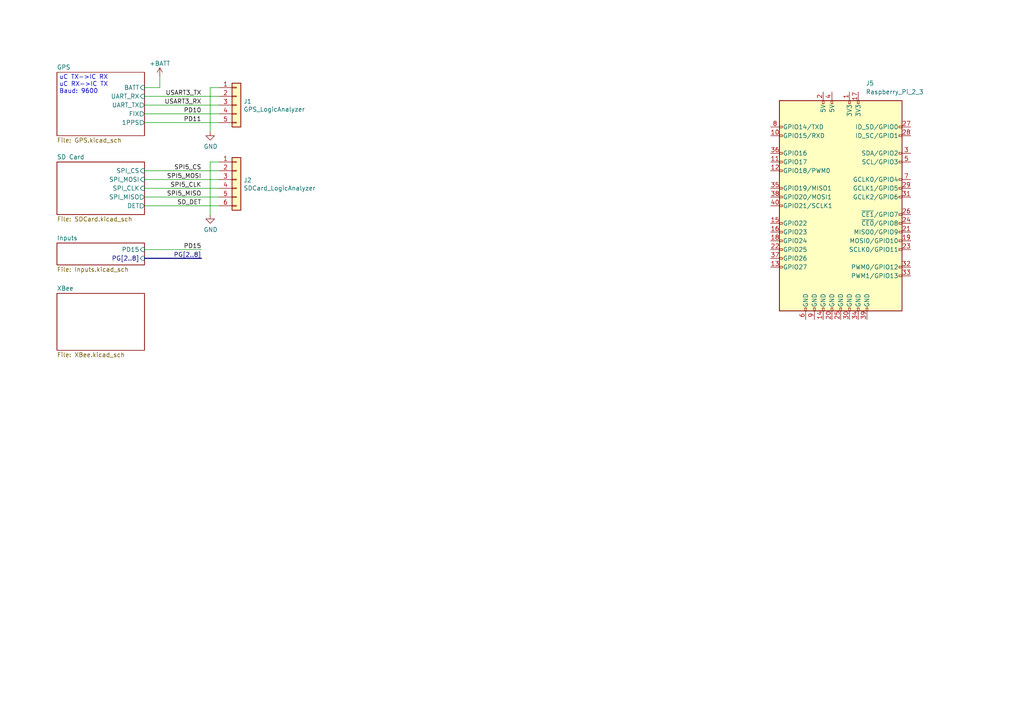
<source format=kicad_sch>
(kicad_sch (version 20230121) (generator eeschema)
  (paper "A4")
  (lib_symbols
    (symbol "Connector:Raspberry_Pi_2_3" (pin_names (offset 1.016))
      (property "Reference" "J" (at -17.78 31.75 0))
      (property "Value" "Raspberry_Pi_2_3" (at 10.16 -31.75 0))
      (symbol "Raspberry_Pi_2_3_0_1"
        (rectangle (start -17.78 30.48) (end 17.78 -30.48) (stroke (width 0.254)) (fill (type background)))
      )
      (symbol "Raspberry_Pi_2_3_1_1"
        (rectangle (start -16.891 -17.526) (end -17.78 -18.034))
        (rectangle (start -16.891 -14.986) (end -17.78 -15.494))
        (rectangle (start -16.891 -12.446) (end -17.78 -12.954))
        (rectangle (start -16.891 -9.906) (end -17.78 -10.414))
        (rectangle (start -16.891 -7.366) (end -17.78 -7.874))
        (rectangle (start -16.891 -4.826) (end -17.78 -5.334))
        (rectangle (start -16.891 0.254) (end -17.78 -0.254))
        (rectangle (start -16.891 2.794) (end -17.78 2.286))
        (rectangle (start -16.891 5.334) (end -17.78 4.826))
        (rectangle (start -16.891 10.414) (end -17.78 9.906))
        (rectangle (start -16.891 12.954) (end -17.78 12.446))
        (rectangle (start -16.891 15.494) (end -17.78 14.986))
        (rectangle (start -16.891 20.574) (end -17.78 20.066))
        (rectangle (start -16.891 23.114) (end -17.78 22.606))
        (rectangle (start -10.414 -29.591) (end -9.906 -30.48))
        (rectangle (start -7.874 -29.591) (end -7.366 -30.48))
        (rectangle (start -5.334 -29.591) (end -4.826 -30.48))
        (rectangle (start -5.334 30.48) (end -4.826 29.591))
        (rectangle (start -2.794 -29.591) (end -2.286 -30.48))
        (rectangle (start -2.794 30.48) (end -2.286 29.591))
        (rectangle (start -0.254 -29.591) (end 0.254 -30.48))
        (rectangle (start 2.286 -29.591) (end 2.794 -30.48))
        (rectangle (start 2.286 30.48) (end 2.794 29.591))
        (rectangle (start 4.826 -29.591) (end 5.334 -30.48))
        (rectangle (start 4.826 30.48) (end 5.334 29.591))
        (rectangle (start 7.366 -29.591) (end 7.874 -30.48))
        (rectangle (start 17.78 -20.066) (end 16.891 -20.574))
        (rectangle (start 17.78 -17.526) (end 16.891 -18.034))
        (rectangle (start 17.78 -12.446) (end 16.891 -12.954))
        (rectangle (start 17.78 -9.906) (end 16.891 -10.414))
        (rectangle (start 17.78 -7.366) (end 16.891 -7.874))
        (rectangle (start 17.78 -4.826) (end 16.891 -5.334))
        (rectangle (start 17.78 -2.286) (end 16.891 -2.794))
        (rectangle (start 17.78 2.794) (end 16.891 2.286))
        (rectangle (start 17.78 5.334) (end 16.891 4.826))
        (rectangle (start 17.78 7.874) (end 16.891 7.366))
        (rectangle (start 17.78 12.954) (end 16.891 12.446))
        (rectangle (start 17.78 15.494) (end 16.891 14.986))
        (rectangle (start 17.78 20.574) (end 16.891 20.066))
        (rectangle (start 17.78 23.114) (end 16.891 22.606))
        (pin power_in line (at 2.54 33.02 270) (length 2.54) (name "3V3") (number "1"))
        (pin bidirectional line (at -20.32 20.32 0) (length 2.54) (name "GPIO15/RXD") (number "10"))
        (pin bidirectional line (at -20.32 12.7 0) (length 2.54) (name "GPIO17") (number "11"))
        (pin bidirectional line (at -20.32 10.16 0) (length 2.54) (name "GPIO18/PWM0") (number "12"))
        (pin bidirectional line (at -20.32 -17.78 0) (length 2.54) (name "GPIO27") (number "13"))
        (pin power_in line (at -5.08 -33.02 90) (length 2.54) (name "GND") (number "14"))
        (pin bidirectional line (at -20.32 -5.08 0) (length 2.54) (name "GPIO22") (number "15"))
        (pin bidirectional line (at -20.32 -7.62 0) (length 2.54) (name "GPIO23") (number "16"))
        (pin power_in line (at 5.08 33.02 270) (length 2.54) (name "3V3") (number "17"))
        (pin bidirectional line (at -20.32 -10.16 0) (length 2.54) (name "GPIO24") (number "18"))
        (pin bidirectional line (at 20.32 -10.16 180) (length 2.54) (name "MOSI0/GPIO10") (number "19"))
        (pin power_in line (at -5.08 33.02 270) (length 2.54) (name "5V") (number "2"))
        (pin power_in line (at -2.54 -33.02 90) (length 2.54) (name "GND") (number "20"))
        (pin bidirectional line (at 20.32 -7.62 180) (length 2.54) (name "MISO0/GPIO9") (number "21"))
        (pin bidirectional line (at -20.32 -12.7 0) (length 2.54) (name "GPIO25") (number "22"))
        (pin bidirectional line (at 20.32 -12.7 180) (length 2.54) (name "SCLK0/GPIO11") (number "23"))
        (pin bidirectional line (at 20.32 -5.08 180) (length 2.54) (name "~{CE0}/GPIO8") (number "24"))
        (pin power_in line (at 0 -33.02 90) (length 2.54) (name "GND") (number "25"))
        (pin bidirectional line (at 20.32 -2.54 180) (length 2.54) (name "~{CE1}/GPIO7") (number "26"))
        (pin bidirectional line (at 20.32 22.86 180) (length 2.54) (name "ID_SD/GPIO0") (number "27"))
        (pin bidirectional line (at 20.32 20.32 180) (length 2.54) (name "ID_SC/GPIO1") (number "28"))
        (pin bidirectional line (at 20.32 5.08 180) (length 2.54) (name "GCLK1/GPIO5") (number "29"))
        (pin bidirectional line (at 20.32 15.24 180) (length 2.54) (name "SDA/GPIO2") (number "3"))
        (pin power_in line (at 2.54 -33.02 90) (length 2.54) (name "GND") (number "30"))
        (pin bidirectional line (at 20.32 2.54 180) (length 2.54) (name "GCLK2/GPIO6") (number "31"))
        (pin bidirectional line (at 20.32 -17.78 180) (length 2.54) (name "PWM0/GPIO12") (number "32"))
        (pin bidirectional line (at 20.32 -20.32 180) (length 2.54) (name "PWM1/GPIO13") (number "33"))
        (pin power_in line (at 5.08 -33.02 90) (length 2.54) (name "GND") (number "34"))
        (pin bidirectional line (at -20.32 5.08 0) (length 2.54) (name "GPIO19/MISO1") (number "35"))
        (pin bidirectional line (at -20.32 15.24 0) (length 2.54) (name "GPIO16") (number "36"))
        (pin bidirectional line (at -20.32 -15.24 0) (length 2.54) (name "GPIO26") (number "37"))
        (pin bidirectional line (at -20.32 2.54 0) (length 2.54) (name "GPIO20/MOSI1") (number "38"))
        (pin power_in line (at 7.62 -33.02 90) (length 2.54) (name "GND") (number "39"))
        (pin power_in line (at -2.54 33.02 270) (length 2.54) (name "5V") (number "4"))
        (pin bidirectional line (at -20.32 0 0) (length 2.54) (name "GPIO21/SCLK1") (number "40"))
        (pin bidirectional line (at 20.32 12.7 180) (length 2.54) (name "SCL/GPIO3") (number "5"))
        (pin power_in line (at -10.16 -33.02 90) (length 2.54) (name "GND") (number "6"))
        (pin bidirectional line (at 20.32 7.62 180) (length 2.54) (name "GCLK0/GPIO4") (number "7"))
        (pin bidirectional line (at -20.32 22.86 0) (length 2.54) (name "GPIO14/TXD") (number "8"))
        (pin power_in line (at -7.62 -33.02 90) (length 2.54) (name "GND") (number "9"))
      )
    )
    (symbol "Connector_Generic:Conn_01x05" (pin_names (offset 1.016) hide)
      (property "Reference" "J" (at 0 7.62 0))
      (property "Value" "Conn_01x05" (at 0 -7.62 0))
      (symbol "Conn_01x05_1_1"
        (rectangle (start -1.27 -4.953) (end 0 -5.207) (stroke (width 0.1524)))
        (rectangle (start -1.27 -2.413) (end 0 -2.667) (stroke (width 0.1524)))
        (rectangle (start -1.27 0.127) (end 0 -0.127) (stroke (width 0.1524)))
        (rectangle (start -1.27 2.667) (end 0 2.413) (stroke (width 0.1524)))
        (rectangle (start -1.27 5.207) (end 0 4.953) (stroke (width 0.1524)))
        (rectangle (start -1.27 6.35) (end 1.27 -6.35) (stroke (width 0.254)) (fill (type background)))
        (pin passive line (at -5.08 5.08 0) (length 3.81) (name "Pin_1") (number "1"))
        (pin passive line (at -5.08 2.54 0) (length 3.81) (name "Pin_2") (number "2"))
        (pin passive line (at -5.08 0 0) (length 3.81) (name "Pin_3") (number "3"))
        (pin passive line (at -5.08 -2.54 0) (length 3.81) (name "Pin_4") (number "4"))
        (pin passive line (at -5.08 -5.08 0) (length 3.81) (name "Pin_5") (number "5"))
      )
    )
    (symbol "Connector_Generic:Conn_01x06" (pin_names (offset 1.016) hide)
      (property "Reference" "J" (at 0 7.62 0))
      (property "Value" "Conn_01x06" (at 0 -10.16 0))
      (symbol "Conn_01x06_1_1"
        (rectangle (start -1.27 -7.493) (end 0 -7.747) (stroke (width 0.1524)))
        (rectangle (start -1.27 -4.953) (end 0 -5.207) (stroke (width 0.1524)))
        (rectangle (start -1.27 -2.413) (end 0 -2.667) (stroke (width 0.1524)))
        (rectangle (start -1.27 0.127) (end 0 -0.127) (stroke (width 0.1524)))
        (rectangle (start -1.27 2.667) (end 0 2.413) (stroke (width 0.1524)))
        (rectangle (start -1.27 5.207) (end 0 4.953) (stroke (width 0.1524)))
        (rectangle (start -1.27 6.35) (end 1.27 -8.89) (stroke (width 0.254)) (fill (type background)))
        (pin passive line (at -5.08 5.08 0) (length 3.81) (name "Pin_1") (number "1"))
        (pin passive line (at -5.08 2.54 0) (length 3.81) (name "Pin_2") (number "2"))
        (pin passive line (at -5.08 0 0) (length 3.81) (name "Pin_3") (number "3"))
        (pin passive line (at -5.08 -2.54 0) (length 3.81) (name "Pin_4") (number "4"))
        (pin passive line (at -5.08 -5.08 0) (length 3.81) (name "Pin_5") (number "5"))
        (pin passive line (at -5.08 -7.62 0) (length 3.81) (name "Pin_6") (number "6"))
      )
    )
    (symbol "power:+BATT" (power) (pin_names (offset 0))
      (property "Value" "+BATT" (at 0 3.556 0))
      (symbol "+BATT_0_1"
        (polyline (pts (xy -0.762 1.27) (xy 0 2.54)))
        (polyline (pts (xy 0 0) (xy 0 2.54)))
        (polyline (pts (xy 0 2.54) (xy 0.762 1.27)))
      )
      (symbol "+BATT_1_1"
        (pin power_in line (at 0 0 90) (length 0) hide (name "+BATT") (number "1"))
      )
    )
    (symbol "power:GND" (power) (pin_names (offset 0))
      (property "Value" "GND" (at 0 -3.81 0))
      (symbol "GND_0_1"
        (polyline (pts (xy 0 0) (xy 0 -1.27) (xy 1.27 -1.27) (xy 0 -2.54) (xy -1.27 -1.27) (xy 0 -1.27)))
      )
      (symbol "GND_1_1"
        (pin power_in line (at 0 0 270) (length 0) hide (name "GND") (number "1"))
      )
    )
  )
  (wire (pts (xy 41.91 35.56) (xy 63.5 35.56)))
  (wire (pts (xy 58.42 72.39) (xy 41.91 72.39)))
  (bus (pts (xy 58.42 74.93) (xy 41.91 74.93)))
  (wire (pts (xy 63.5 54.61) (xy 41.91 54.61)))
  (wire (pts (xy 41.91 30.48) (xy 63.5 30.48)))
  (wire (pts (xy 41.91 52.07) (xy 63.5 52.07)))
  (wire (pts (xy 46.355 22.225) (xy 46.355 25.4)))
  (wire (pts (xy 60.96 38.1) (xy 60.96 25.4)))
  (wire (pts (xy 63.5 46.99) (xy 60.96 46.99)))
  (wire (pts (xy 41.91 33.02) (xy 63.5 33.02)))
  (wire (pts (xy 41.91 27.94) (xy 63.5 27.94)))
  (wire (pts (xy 41.91 57.15) (xy 63.5 57.15)))
  (wire (pts (xy 46.355 25.4) (xy 41.91 25.4)))
  (wire (pts (xy 41.91 59.69) (xy 63.5 59.69)))
  (wire (pts (xy 60.96 46.99) (xy 60.96 62.23)))
  (wire (pts (xy 60.96 25.4) (xy 63.5 25.4)))
  (wire (pts (xy 41.91 49.53) (xy 63.5 49.53)))
  (text "uC TX->IC RX\nuC RX->IC TX\nBaud: 9600" (at 17.145 27.305 0) (effects (font (size 1.27 1.27)) (justify left bottom)))
  (label "SPI5_CLK" (at 58.42 54.61 180))
  (label "PD10" (at 58.42 33.02 180))
  (label "PD15" (at 58.42 72.39 180))
  (label "USART3_RX" (at 58.42 30.48 180))
  (label "PG[2..8]" (at 58.42 74.93 180))
  (label "SPI5_CS" (at 58.42 49.53 180))
  (label "USART3_TX" (at 58.42 27.94 180))
  (label "SD_DET" (at 58.42 59.69 180))
  (label "SPI5_MOSI" (at 58.42 52.07 180))
  (label "SPI5_MISO" (at 58.42 57.15 180))
  (label "PD11" (at 58.42 35.56 180))
  (symbol (lib_id "Connector_Generic:Conn_01x06") (at 68.58 52.07 0) (unit 1)
    (property "Reference" "J2" (at 70.612 52.2732 0) (effects (justify left)))
    (property "Value" "SDCard_LogicAnalyzer" (at 70.612 54.5846 0) (effects (justify left)))
    (property "Footprint" "Connector_PinHeader_2.54mm:PinHeader_1x06_P2.54mm_Vertical" (effects hide))
    (property "Datasheet" "https://cdn.amphenol-cs.com/media/wysiwyg/files/documentation/datasheet/boardwiretoboard/bwb_econostik_254headers.pdf" (effects hide))
    (property "P/N" "10129378-910001BLF" (effects hide))
  )
  (symbol (lib_id "power:GND") (at 60.96 38.1 0) (unit 1)
    (property "Reference" "#PWR02" (effects hide))
    (property "Value" "GND" (at 61.087 42.4942 0))
  )
  (symbol (lib_id "Connector:Raspberry_Pi_2_3") (at 243.84 59.69 0) (unit 1)
    (property "Reference" "J5" (at 251.1141 24.13 0) (effects (justify left)))
    (property "Value" "Raspberry_Pi_2_3" (at 251.1141 26.67 0) (effects (justify left)))
    (property "Datasheet" "https://www.raspberrypi.org/documentation/hardware/raspberrypi/schematics/rpi_SCH_3bplus_1p0_reduced.pdf" (effects hide))
  )
  (symbol (lib_id "power:+BATT") (at 46.355 22.225 0) (unit 1)
    (property "Reference" "#PWR01" (effects hide))
    (property "Value" "+BATT" (at 46.355 18.415 0))
  )
  (symbol (lib_id "power:GND") (at 60.96 62.23 0) (unit 1)
    (property "Reference" "#PWR03" (effects hide))
    (property "Value" "GND" (at 61.087 66.6242 0))
  )
  (symbol (lib_id "Connector_Generic:Conn_01x05") (at 68.58 30.48 0) (unit 1)
    (property "Reference" "J1" (at 70.612 29.4132 0) (effects (justify left)))
    (property "Value" "GPS_LogicAnalyzer" (at 70.612 31.7246 0) (effects (justify left)))
    (property "Footprint" "Connector_PinHeader_2.54mm:PinHeader_1x05_P2.54mm_Vertical" (effects hide))
    (property "Datasheet" "https://cdn.amphenol-cs.com/media/wysiwyg/files/documentation/datasheet/boardwiretoboard/bwb_econostik_254headers.pdf" (effects hide))
    (property "P/N" "10129378-910001BLF" (effects hide))
  )
  (sheet (at 16.51 85.09) (size 25.4 16.51) (stroke (width 0.1524))
    (property "Sheetname" "XBee" (at 16.51 84.3784 0) (effects (justify left bottom)))
    (property "Sheetfile" "XBee.kicad_sch" (at 16.51 102.1846 0) (effects (justify left top)))
  )
  (sheet (at 16.51 20.955) (size 25.4 18.415)
    (property "Sheetname" "GPS" (at 16.51 20.2434 0) (effects (justify left bottom)))
    (property "Sheetfile" "GPS.kicad_sch" (at 16.51 39.9546 0) (effects (justify left top)))
    (pin "1PPS" output (at 41.91 35.56 0))
    (pin "UART_TX" output (at 41.91 30.48 0))
    (pin "UART_RX" input (at 41.91 27.94 0))
    (pin "FIX" output (at 41.91 33.02 0))
    (pin "BATT" input (at 41.91 25.4 0))
  )
  (sheet (at 16.51 46.99) (size 25.4 15.24)
    (property "Sheetname" "SD Card" (at 16.51 46.2784 0) (effects (justify left bottom)))
    (property "Sheetfile" "SDCard.kicad_sch" (at 16.51 62.8146 0) (effects (justify left top)))
    (pin "SPI_CS" input (at 41.91 49.53 0))
    (pin "SPI_MISO" output (at 41.91 57.15 0))
    (pin "SPI_CLK" input (at 41.91 54.61 0))
    (pin "SPI_MOSI" input (at 41.91 52.07 0))
    (pin "DET" output (at 41.91 59.69 0))
  )
  (sheet (at 16.51 70.485) (size 25.4 6.35) (stroke (width 0.1524))
    (property "Sheetname" "Inputs" (at 16.51 69.7734 0) (effects (justify left bottom)))
    (property "Sheetfile" "Inputs.kicad_sch" (at 16.51 77.4196 0) (effects (justify left top)))
    (pin "PD15" input (at 41.91 72.39 0))
    (pin "PG[2..8]" input (at 41.91 74.93 0))
  )
)
</source>
